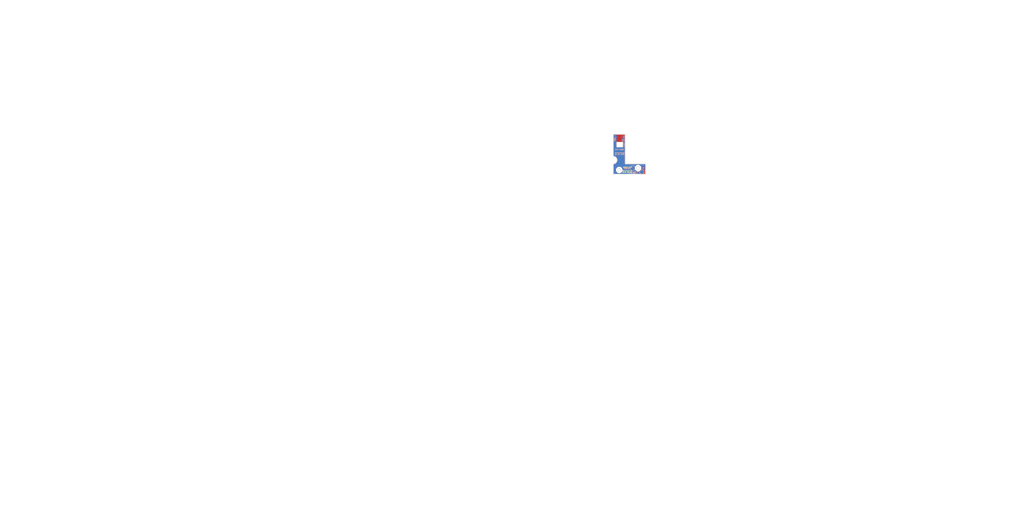
<source format=kicad_pcb>
(kicad_pcb (version 20171130) (host pcbnew "(5.0.2)-1")

  (general
    (thickness 1.6)
    (drawings 182)
    (tracks 47)
    (zones 0)
    (modules 5)
    (nets 3)
  )

  (page A)
  (title_block
    (title G935F-PWR)
    (date 2019-05-03)
    (rev V2)
    (company "Roman Dasovic")
  )

  (layers
    (0 F.Cu signal)
    (31 B.Cu signal)
    (32 B.Adhes user)
    (33 F.Adhes user hide)
    (34 B.Paste user)
    (35 F.Paste user)
    (36 B.SilkS user)
    (37 F.SilkS user)
    (38 B.Mask user)
    (39 F.Mask user)
    (40 Dwgs.User user)
    (41 Cmts.User user)
    (42 Eco1.User user)
    (43 Eco2.User user)
    (44 Edge.Cuts user)
    (45 Margin user)
    (46 B.CrtYd user)
    (47 F.CrtYd user)
    (48 B.Fab user)
    (49 F.Fab user)
  )

  (setup
    (last_trace_width 0.1524)
    (user_trace_width 0.1524)
    (user_trace_width 0.2032)
    (user_trace_width 0.254)
    (user_trace_width 0.381)
    (user_trace_width 0.508)
    (user_trace_width 0.762)
    (user_trace_width 1.143)
    (user_trace_width 1.651)
    (trace_clearance 0.1524)
    (zone_clearance 0.2032)
    (zone_45_only no)
    (trace_min 0.1524)
    (segment_width 0.2)
    (edge_width 0.15)
    (via_size 0.635)
    (via_drill 0.3048)
    (via_min_size 0.5588)
    (via_min_drill 0.3048)
    (user_via 0.5588 0.3048)
    (user_via 0.889 0.4572)
    (uvia_size 0.635)
    (uvia_drill 0.3048)
    (uvias_allowed no)
    (uvia_min_size 0.2)
    (uvia_min_drill 0.1)
    (pcb_text_width 0.3)
    (pcb_text_size 1.5 1.5)
    (mod_edge_width 0.15)
    (mod_text_size 1 1)
    (mod_text_width 0.15)
    (pad_size 1.5 1.5)
    (pad_drill 1.5)
    (pad_to_mask_clearance 0)
    (solder_mask_min_width 0.1016)
    (aux_axis_origin 0 0)
    (visible_elements 7FFFFFFF)
    (pcbplotparams
      (layerselection 0x00030_7ffffffe)
      (usegerberextensions true)
      (usegerberattributes false)
      (usegerberadvancedattributes false)
      (creategerberjobfile false)
      (excludeedgelayer true)
      (linewidth 0.150000)
      (plotframeref false)
      (viasonmask false)
      (mode 1)
      (useauxorigin false)
      (hpglpennumber 1)
      (hpglpenspeed 20)
      (hpglpendiameter 15.000000)
      (psnegative false)
      (psa4output false)
      (plotreference true)
      (plotvalue true)
      (plotinvisibletext false)
      (padsonsilk false)
      (subtractmaskfromsilk false)
      (outputformat 4)
      (mirror false)
      (drillshape 0)
      (scaleselection 1)
      (outputdirectory "Gerbers3May2019"))
  )

  (net 0 "")
  (net 1 GND1)
  (net 2 Dev+)

  (net_class Default "This is the default net class."
    (clearance 0.1524)
    (trace_width 0.1524)
    (via_dia 0.635)
    (via_drill 0.3048)
    (uvia_dia 0.635)
    (uvia_drill 0.3048)
    (diff_pair_gap 0.2032)
    (diff_pair_width 0.1524)
    (add_net Dev+)
    (add_net GND1)
  )

  (module Footprints:8pin_molex_s7BatteryConn_5050040810 (layer B.Cu) (tedit 5C0706DF) (tstamp 5C070FDF)
    (at 40.28948 96.43148)
    (path /5C0703E6)
    (attr smd)
    (fp_text reference P1 (at -2.23012 -1.38684 90) (layer B.SilkS)
      (effects (font (size 0.3 0.3) (thickness 0.075)) (justify mirror))
    )
    (fp_text value 8Pin_2x4_inline (at 0 0.5) (layer B.Fab) hide
      (effects (font (size 0.127 0.127) (thickness 0.03175)) (justify mirror))
    )
    (fp_text user "KEEP OUT" (at -0.6 0 -90) (layer B.CrtYd)
      (effects (font (size 0.254 0.254) (thickness 0.0635)) (justify mirror))
    )
    (fp_line (start -0.2 -1.1) (end -1 -1.1) (layer B.CrtYd) (width 0.15))
    (fp_line (start -0.2 1.1) (end -0.2 -1.1) (layer B.CrtYd) (width 0.15))
    (fp_line (start -1 1.1) (end -0.2 1.1) (layer B.CrtYd) (width 0.15))
    (fp_line (start -1 -1.1) (end -1 1.1) (layer B.CrtYd) (width 0.15))
    (fp_line (start 1 1.1) (end 1 -1.1) (layer B.CrtYd) (width 0.15))
    (fp_line (start 0.2 1.1) (end 1 1.1) (layer B.CrtYd) (width 0.15))
    (fp_line (start 0.2 -1.1) (end 0.2 1.1) (layer B.CrtYd) (width 0.15))
    (fp_line (start 1 -1.1) (end 0.2 -1.1) (layer B.CrtYd) (width 0.15))
    (fp_line (start -1.25 -2.1) (end -1.25 2.1) (layer B.Fab) (width 0.15))
    (fp_text user %R (at 0 0) (layer B.Fab)
      (effects (font (size 0.4 0.4) (thickness 0.1)) (justify mirror))
    )
    (fp_line (start 1.25 -2.1) (end 1.25 2.1) (layer B.Fab) (width 0.15))
    (fp_line (start -1.25 2.1) (end 1.25 2.1) (layer B.Fab) (width 0.15))
    (fp_line (start -1.25 -2.1) (end 1.25 -2.1) (layer B.Fab) (width 0.15))
    (fp_text user "KEEP OUT" (at 0.6 0 -90) (layer B.CrtYd)
      (effects (font (size 0.254 0.254) (thickness 0.0635)) (justify mirror))
    )
    (pad 5 smd rect (at 1.25 -0.8) (size 0.52 0.58) (layers B.Cu B.Paste B.Mask))
    (pad 7 smd rect (at 1.25 0.212) (size 0.52 0.27) (layers B.Cu B.Paste B.Mask)
      (net 2 Dev+))
    (pad 6 smd rect (at 1.25 -0.212) (size 0.52 0.27) (layers B.Cu B.Paste B.Mask))
    (pad "" smd rect (at 1.215 1.53) (size 0.33 0.48) (layers B.Cu B.Paste B.Mask))
    (pad 4 smd rect (at -1.25 -0.8) (size 0.52 0.58) (layers B.Cu B.Paste B.Mask)
      (net 1 GND1))
    (pad 3 smd rect (at -1.25 -0.212) (size 0.52 0.27) (layers B.Cu B.Paste B.Mask)
      (net 1 GND1))
    (pad 2 smd rect (at -1.25 0.212) (size 0.52 0.27) (layers B.Cu B.Paste B.Mask))
    (pad 1 smd rect (at -1.25 0.8) (size 0.52 0.58) (layers B.Cu B.Paste B.Mask))
    (pad 8 smd rect (at 1.25 0.8) (size 0.52 0.58) (layers B.Cu B.Paste B.Mask)
      (net 2 Dev+))
    (pad "" smd rect (at 1.215 -1.53) (size 0.33 0.48) (layers B.Cu B.Paste B.Mask))
    (pad "" smd rect (at -1.215 1.53) (size 0.33 0.48) (layers B.Cu B.Paste B.Mask))
    (pad "" smd rect (at -1.215 -1.53) (size 0.33 0.48) (layers B.Cu B.Paste B.Mask))
    (model "C:/Users/Pom/3d model stashe/5050040810MOLEXS7.stp"
      (at (xyz 0 0 0))
      (scale (xyz 1 1 1))
      (rotate (xyz 90 180 90))
    )
  )

  (module Footprints:NPTH_1.5mm (layer F.Cu) (tedit 5CC26A83) (tstamp 5C070FB9)
    (at 40.27932 113.37036)
    (path /5C070C8F)
    (fp_text reference P2 (at 0 0) (layer F.SilkS) hide
      (effects (font (size 0.127 0.127) (thickness 0.03175)))
    )
    (fp_text value PAD (at 0 0) (layer F.Fab) hide
      (effects (font (size 0.127 0.127) (thickness 0.03175)))
    )
    (pad "" thru_hole circle (at 0 0) (size 1.5 1.5) (drill 1.5) (layers *.Cu *.Mask)
      (clearance 1.016))
  )

  (module Footprints:NPTH_1.5mm (layer F.Cu) (tedit 5CC26780) (tstamp 5C0712D7)
    (at 50.33772 112.34928)
    (path /5C07170F)
    (fp_text reference P3 (at 0 0) (layer F.SilkS) hide
      (effects (font (size 0.127 0.127) (thickness 0.03175)))
    )
    (fp_text value PAD (at 0 0) (layer F.Fab) hide
      (effects (font (size 0.127 0.127) (thickness 0.03175)))
    )
    (pad "" thru_hole circle (at 0 0) (size 1.5 1.5) (drill 1.5) (layers *.Cu *.Mask)
      (clearance 1.016))
  )

  (module Footprints:PAD_2.1mm_circle (layer B.Cu) (tedit 59BAA64A) (tstamp 5C072CD9)
    (at 52.4002 114.36096)
    (path /5C071890)
    (attr smd)
    (fp_text reference P4 (at 1.59258 0.14732) (layer B.SilkS)
      (effects (font (size 0.3 0.15) (thickness 0.03175)) (justify mirror))
    )
    (fp_text value PAD (at 0 0) (layer B.Fab) hide
      (effects (font (size 0.127 0.127) (thickness 0.03175)) (justify mirror))
    )
    (fp_text user %R (at 0.1 -0.45) (layer B.Fab)
      (effects (font (size 0.2 0.2) (thickness 0.05)) (justify mirror))
    )
    (fp_circle (center 0 0) (end 0 0.01) (layer B.Fab) (width 0.015))
    (fp_circle (center 0 0) (end 0.1 1.05) (layer B.Fab) (width 0.15))
    (pad 1 smd circle (at 0 0) (size 2.1 2.1) (layers B.Cu B.Paste B.Mask)
      (net 2 Dev+))
  )

  (module Footprints:PAD_2.1mm_circle (layer B.Cu) (tedit 5C07130D) (tstamp 5C072CEE)
    (at 47.41164 112.35436)
    (path /5C072272)
    (attr smd)
    (fp_text reference P5 (at 1.32588 1.04394) (layer B.SilkS)
      (effects (font (size 0.3 0.15) (thickness 0.03175)) (justify mirror))
    )
    (fp_text value PAD (at 0 0) (layer B.Fab) hide
      (effects (font (size 0.127 0.127) (thickness 0.03175)) (justify mirror))
    )
    (fp_circle (center 0 0) (end 0.1 1.05) (layer B.Fab) (width 0.15))
    (fp_circle (center 0 0) (end 0 0.01) (layer B.Fab) (width 0.015))
    (fp_text user %R (at 0.1 -0.45) (layer B.Fab)
      (effects (font (size 0.2 0.2) (thickness 0.05)) (justify mirror))
    )
    (pad 1 smd circle (at 0 0) (size 2.1 2.1) (layers B.Cu B.Paste B.Mask)
      (net 1 GND1) (zone_connect 2))
  )

  (gr_line (start 42.135045 101.676566) (end 42.140125 99.294046) (layer F.Adhes) (width 0.15) (tstamp 5CDE2128))
  (gr_line (start 42.140125 99.288966) (end 38.477445 99.288966) (layer F.Adhes) (width 0.15) (tstamp 5CDE2127))
  (gr_line (start 38.477445 99.288966) (end 38.477445 101.676566) (layer F.Adhes) (width 0.15) (tstamp 5CDE2126))
  (gr_line (start 38.477445 101.676566) (end 42.135045 101.676566) (layer F.Adhes) (width 0.15) (tstamp 5CDE2125))
  (gr_text "Assembly Instructions:" (at 93.5482 23.9268) (layer Dwgs.User) (tstamp 5CCC813A)
    (effects (font (size 1.5 1.5) (thickness 0.3)))
  )
  (gr_text "Please ask for clarification if any instructions are unclear.\n\nAssembly Instructions:\n\n1. The .POS file contains centroid X-Y data and orientation.  Orientation is such that 0 degrees indicates placement as if the reel sprocket holes are NORTH of the component. Refer to Figure 1. \nDo not place any items labeled as DNU.\n\n2. BOM.csv containts BOM, quantities, and part numbers. Please advise before making any substitutions.  Do not buy or place any parts marked as DNU, FIDUCIAL, or otherwise with a quantity of 0. \n\n3. The _F.Fab (Front Face) and _B.Fab (Back Face) PDF/GBR files contain reference designators, borders, and orientation markings, such as: Pin1 markings or markings for unidirectional devices such as diodes.  \nRefer to the .Fab files for placement guidance and visual inspection. \nPlease let us know if any placement is unclear. \n\nSometimes parts are placed in different orientations in different reels. \nIf .POS and .Fab files disagree, the .Fab files should be considered MASTER. \n\n" (at 87.7824 41.8846) (layer Dwgs.User) (tstamp 5CCC7FEF)
    (effects (font (size 1.016 1.016) (thickness 0.254)) (justify left))
  )
  (gr_line (start 235.410362 55.067635) (end 236.426362 55.067635) (layer Dwgs.User) (width 0.15) (tstamp 5CCC8049))
  (gr_line (start 244.808362 58.877635) (end 244.808362 60.401635) (layer Dwgs.User) (width 0.15) (tstamp 5CCC804C))
  (gr_line (start 236.680362 56.845635) (end 235.156362 56.845635) (layer Dwgs.User) (width 0.15) (tstamp 5CCC8046))
  (gr_line (start 236.680362 54.559635) (end 236.680362 56.845635) (layer Dwgs.User) (width 0.15) (tstamp 5CCC804F))
  (gr_line (start 234.902362 58.369635) (end 234.902362 60.655635) (layer Dwgs.User) (width 0.15) (tstamp 5CCC8061))
  (gr_line (start 234.902362 62.687635) (end 234.902362 64.973635) (layer Dwgs.User) (width 0.15) (tstamp 5CCC8064))
  (gr_line (start 242.522362 64.211635) (end 242.522362 62.687635) (layer Dwgs.User) (width 0.15) (tstamp 5CCC8013))
  (gr_line (start 244.808362 60.401635) (end 242.522362 60.401635) (layer Dwgs.User) (width 0.15) (tstamp 5CCC8016))
  (gr_line (start 235.156362 56.845635) (end 235.156362 54.559635) (layer Dwgs.User) (width 0.15) (tstamp 5CCC8043))
  (gr_line (start 233.632362 58.877635) (end 234.648362 58.877635) (layer Dwgs.User) (width 0.15) (tstamp 5CCC8022))
  (gr_line (start 234.902362 64.973635) (end 233.378362 64.973635) (layer Dwgs.User) (width 0.15) (tstamp 5CCC8019))
  (gr_line (start 234.648362 64.465635) (end 233.632362 64.465635) (layer Dwgs.User) (width 0.15) (tstamp 5CCC8025))
  (gr_line (start 244.808362 64.211635) (end 242.522362 64.211635) (layer Dwgs.User) (width 0.15) (tstamp 5CCC801F))
  (gr_line (start 244.808362 62.687635) (end 244.808362 64.211635) (layer Dwgs.User) (width 0.15) (tstamp 5CCC8055))
  (gr_line (start 233.378362 58.369635) (end 234.902362 58.369635) (layer Dwgs.User) (width 0.15) (tstamp 5CCC806A))
  (gr_line (start 233.378362 60.655635) (end 233.378362 58.369635) (layer Dwgs.User) (width 0.15) (tstamp 5CCC8034))
  (gr_line (start 236.680362 52.337135) (end 236.680362 52.781635) (layer Dwgs.User) (width 0.15) (tstamp 5CCC806D))
  (gr_line (start 254.714362 70.307635) (end 254.714362 51.892635) (layer Dwgs.User) (width 0.15) (tstamp 5CCC8079))
  (gr_line (start 242.522362 58.877635) (end 244.808362 58.877635) (layer Dwgs.User) (width 0.15) (tstamp 5CCC8058))
  (gr_line (start 244.300362 59.131635) (end 244.300362 60.147635) (layer Dwgs.User) (width 0.15) (tstamp 5CCC8085))
  (gr_line (start 235.156362 54.559635) (end 236.680362 54.559635) (layer Dwgs.User) (width 0.15) (tstamp 5CCC802B))
  (gr_line (start 233.378362 64.973635) (end 233.378362 62.687635) (layer Dwgs.User) (width 0.15) (tstamp 5CCC8070))
  (gr_line (start 242.522362 60.401635) (end 242.522362 58.877635) (layer Dwgs.User) (width 0.15) (tstamp 5CCC807C))
  (gr_text "Orientation\n0 degrees" (at 236.934362 59.385635) (layer Dwgs.User) (tstamp 5CCC7FFE)
    (effects (font (size 0.4 0.4) (thickness 0.07)))
  )
  (gr_text "Reel\n" (at 232.362362 55.067635) (layer Dwgs.User) (tstamp 5CCC7FF8)
    (effects (font (size 0.4 0.4) (thickness 0.07)))
  )
  (gr_text "Front Face Orientation" (at 240.490362 66.243635) (layer Dwgs.User) (tstamp 5CCC7FFB)
    (effects (font (size 0.508 0.508) (thickness 0.127)))
  )
  (gr_text "Direction of Unreeling" (at 250.650362 53.797635) (layer Dwgs.User) (tstamp 5CCC7FF2)
    (effects (font (size 0.4 0.4) (thickness 0.07)))
  )
  (gr_text "Figure 1" (at 240.744362 68.783635) (layer Dwgs.User) (tstamp 5CCC7FF5)
    (effects (font (size 1.5 1.5) (thickness 0.3)))
  )
  (gr_text "Orientation\n90 degrees" (at 247.094362 63.449635) (layer Dwgs.User) (tstamp 5CCC8001)
    (effects (font (size 0.4 0.4) (thickness 0.07)))
  )
  (gr_text "Orientation\n270 degrees" (at 247.094362 59.385635) (layer Dwgs.User) (tstamp 5CCC808B)
    (effects (font (size 0.4 0.4) (thickness 0.07)))
  )
  (gr_text "Orientation\n180 degrees" (at 237.188362 63.703635) (layer Dwgs.User) (tstamp 5CCC808E)
    (effects (font (size 0.4 0.4) (thickness 0.07)))
  )
  (gr_text "Round Sprocket Holes" (at 241.887362 52.400635) (layer Dwgs.User) (tstamp 5CCC8091)
    (effects (font (size 0.4 0.4) (thickness 0.07)))
  )
  (gr_circle (center 236.680362 53.543635) (end 236.680362 53.797635) (layer Dwgs.User) (width 0.15) (tstamp 5CCC805B))
  (gr_line (start 234.140362 57.099635) (end 234.140362 57.353635) (layer Dwgs.User) (width 0.15) (tstamp 5CCC8004))
  (gr_line (start 238.204362 56.845635) (end 238.204362 54.559635) (layer Dwgs.User) (width 0.15) (tstamp 5CCC807F))
  (gr_line (start 242.776362 56.845635) (end 241.252362 56.845635) (layer Dwgs.User) (width 0.15) (tstamp 5CCC8082))
  (gr_line (start 234.902362 60.655635) (end 233.378362 60.655635) (layer Dwgs.User) (width 0.15) (tstamp 5CCC805E))
  (gr_line (start 244.300362 54.559635) (end 245.824362 54.559635) (layer Dwgs.User) (width 0.15) (tstamp 5CCC800D))
  (gr_line (start 246.586362 53.035635) (end 246.586362 57.353635) (layer Dwgs.User) (width 0.15) (tstamp 5CCC803D))
  (gr_line (start 241.506362 55.067635) (end 242.522362 55.067635) (layer Dwgs.User) (width 0.15) (tstamp 5CCC800A))
  (gr_line (start 238.458362 55.067635) (end 239.474362 55.067635) (layer Dwgs.User) (width 0.15) (tstamp 5CCC8052))
  (gr_line (start 233.378362 62.687635) (end 234.902362 62.687635) (layer Dwgs.User) (width 0.15) (tstamp 5CCC8010))
  (gr_line (start 233.632362 56.591635) (end 234.140362 57.099635) (layer Dwgs.User) (width 0.15) (tstamp 5CCC8067))
  (gr_line (start 241.252362 54.559635) (end 242.776362 54.559635) (layer Dwgs.User) (width 0.15) (tstamp 5CCC801C))
  (gr_line (start 233.632362 55.067635) (end 234.394362 55.829635) (layer Dwgs.User) (width 0.15) (tstamp 5CCC8040))
  (gr_line (start 233.632362 53.543635) (end 234.394362 54.305635) (layer Dwgs.User) (width 0.15) (tstamp 5CCC802E))
  (gr_line (start 239.728362 54.559635) (end 239.728362 56.845635) (layer Dwgs.User) (width 0.15) (tstamp 5CCC8037))
  (gr_line (start 239.728362 56.845635) (end 238.204362 56.845635) (layer Dwgs.User) (width 0.15) (tstamp 5CCC8088))
  (gr_line (start 242.776362 54.559635) (end 242.776362 56.845635) (layer Dwgs.User) (width 0.15) (tstamp 5CCC8007))
  (gr_line (start 238.204362 54.559635) (end 239.728362 54.559635) (layer Dwgs.User) (width 0.15) (tstamp 5CCC803A))
  (gr_line (start 241.252362 56.845635) (end 241.252362 54.559635) (layer Dwgs.User) (width 0.15) (tstamp 5CCC8028))
  (gr_line (start 234.394362 55.829635) (end 233.632362 56.591635) (layer Dwgs.User) (width 0.15) (tstamp 5CCC8031))
  (gr_line (start 245.824362 54.559635) (end 245.824362 56.845635) (layer Dwgs.User) (width 0.15) (tstamp 5CCC8073))
  (gr_line (start 244.300362 56.845635) (end 244.300362 54.559635) (layer Dwgs.User) (width 0.15) (tstamp 5CCC8076))
  (gr_line (start 234.140362 53.035635) (end 233.632362 53.543635) (layer Dwgs.User) (width 0.15) (tstamp 5CCC80D3))
  (gr_line (start 234.394362 54.305635) (end 233.632362 55.067635) (layer Dwgs.User) (width 0.15) (tstamp 5CCC80D0))
  (gr_line (start 248.364362 56.083635) (end 248.364362 54.559635) (layer Dwgs.User) (width 0.15) (tstamp 5CCC80E2))
  (gr_line (start 246.586362 53.035635) (end 246.586362 53.035635) (layer Dwgs.User) (width 0.15) (tstamp 5CCC80C7))
  (gr_line (start 249.126362 55.321635) (end 248.364362 56.083635) (layer Dwgs.User) (width 0.15) (tstamp 5CCC80DC))
  (gr_circle (center 235.156362 53.543635) (end 235.156362 53.797635) (layer Dwgs.User) (width 0.15) (tstamp 5CCC80CD))
  (gr_circle (center 239.728362 53.543635) (end 239.728362 53.797635) (layer Dwgs.User) (width 0.15) (tstamp 5CCC80DF))
  (gr_line (start 234.140362 53.035635) (end 246.586362 53.035635) (layer Dwgs.User) (width 0.15) (tstamp 5CCC80E5))
  (gr_line (start 246.840362 55.321635) (end 248.364362 55.321635) (layer Dwgs.User) (width 0.15) (tstamp 5CCC80CA))
  (gr_circle (center 238.204362 53.543635) (end 238.204362 53.797635) (layer Dwgs.User) (width 0.15) (tstamp 5CCC80D6))
  (gr_circle (center 241.252362 53.543635) (end 241.252362 53.797635) (layer Dwgs.User) (width 0.15) (tstamp 5CCC80D9))
  (gr_line (start 245.824362 56.845635) (end 244.300362 56.845635) (layer Dwgs.User) (width 0.15) (tstamp 5CCC80A0))
  (gr_line (start 244.554362 55.067635) (end 245.570362 55.067635) (layer Dwgs.User) (width 0.15) (tstamp 5CCC80A6))
  (gr_line (start 243.030362 63.957635) (end 243.030362 62.941635) (layer Dwgs.User) (width 0.15) (tstamp 5CCC80B5))
  (gr_line (start 230.584362 51.892635) (end 230.584362 70.307635) (layer Dwgs.User) (width 0.15) (tstamp 5CCC80B8))
  (gr_line (start 236.489862 52.591135) (end 236.870862 52.591135) (layer Dwgs.User) (width 0.15) (tstamp 5CCC80BE))
  (gr_line (start 242.522362 62.687635) (end 244.808362 62.687635) (layer Dwgs.User) (width 0.15) (tstamp 5CCC809D))
  (gr_line (start 236.680362 52.781635) (end 236.489862 52.591135) (layer Dwgs.User) (width 0.15) (tstamp 5CCC80B2))
  (gr_line (start 236.870862 52.591135) (end 236.680362 52.781635) (layer Dwgs.User) (width 0.15) (tstamp 5CCC8097))
  (gr_line (start 238.331362 52.337135) (end 236.680362 52.337135) (layer Dwgs.User) (width 0.15) (tstamp 5CCC80A9))
  (gr_line (start 254.714362 51.892635) (end 230.584362 51.892635) (layer Dwgs.User) (width 0.15) (tstamp 5CCC80A3))
  (gr_line (start 230.584362 70.307635) (end 254.714362 70.307635) (layer Dwgs.User) (width 0.15) (tstamp 5CCC80AC))
  (gr_circle (center 245.824362 53.543635) (end 245.824362 53.797635) (layer Dwgs.User) (width 0.15) (tstamp 5CCC809A))
  (gr_line (start 234.140362 57.353635) (end 246.586362 57.353635) (layer Dwgs.User) (width 0.15) (tstamp 5CCC80AF))
  (gr_circle (center 244.300362 53.543635) (end 244.300362 53.797635) (layer Dwgs.User) (width 0.15) (tstamp 5CCC80BB))
  (gr_circle (center 242.776362 53.543635) (end 242.776362 53.797635) (layer Dwgs.User) (width 0.15) (tstamp 5CCC80C1))
  (gr_line (start 246.586362 57.353635) (end 246.586362 57.353635) (layer Dwgs.User) (width 0.15) (tstamp 5CCC80C4))
  (gr_line (start 249.126362 55.321635) (end 248.364362 54.559635) (layer Dwgs.User) (width 0.15) (tstamp 5CCC8094))
  (gr_text "FILE DESCRIPTIONS:" (at 92.8624 103.8352) (layer Dwgs.User) (tstamp 5CCC7D28)
    (effects (font (size 1.5 1.5) (thickness 0.3)))
  )
  (gr_text "~~~~~~~~~~~~~~~~~~~~~~~~~~~~~~~~~~~~~~~~~~~~~~~~~~~~~~~~~~~~~~~~~~~~~~~~~~~~~~~~~~~~~~~~~~~~~~~~~~~~~~~~~~~~~~~~~~~~~~~~~~~~~~~~~~~~~~~~~~~~~~~~~~~~~~~~~~~~~~~~~~~~~~\n~~~~~~~~~~~~~~~~~~~~~~~~~~~~~~~~~~~~~~~~~~~~~~~~~~~~~~~~~~~~~~~~~~~~~~~~~~~~~~~~~~~~~~~~~~~~~~~~~~~~~~~~~~~~~~~~~~~~~~~~~~~~~~~~~~~~~~~~~~~~~~~~~~~~~~~~~~~~~~~~~~~~~~\nManufacturing Gerber Files    --   Files needed for PCB Manufacturing\n~~~~~~~~~~~~~~~~~~~~~~~~~~~~~~~~~~~~~~~~~~~~~~~~~~~~~~~~~~~~~~~~\n.drl                       ;            Drill File\n\n-Edge.Cuts.gm1          ;            Board Outline\n\n-F.Cu.gtl                 ;             Top-side Copper          [Layer 1]\n-B.Cu.gbl                ;             Bottom-side Copper       [Layer 2]\n\n\n-F.Mask.gts               ;            Top-Side Soldermask\n-B.Mask.gbs              ;            Bottom-Side Soldermask\n\n-F.Silk.gto              ;               Top-Side Silkscreen\n-B.Silk.gbo              ;               Bottom-Side Silkscreen\n\n~~~~~~~~~~~~~~~~~~~~~~~~~~~~~~~~~~~~~~~~~~~~~~~~~~~~~~~~~~~~~~~~~~~~~~~~~~~~~~~~~~~~~~~~~~~~~~~~~~~~~~~~~~~~~~~~~~~~~~~~~~~~~~~~~~~~~~~~~~~~~~~~~~~~~~~~~~~~~~~~~~~~~~\n~~~~~~~~~~~~~~~~~~~~~~~~~~~~~~~~~~~~~~~~~~~~~~~~~~~~~~~~~~~~~~~~~~~~~~~~~~~~~~~~~~~~~~~~~~~~~~~~~~~~~~~~~~~~~~~~~~~~~~~~~~~~~~~~~~~~~~~~~~~~~~~~~~~~~~~~~~~~~~~~~~~~~~\nAssembly Files    --   Files needed for Part Assembly\n~~~~~~~~~~~~~~~~~~~~~~~~~~~~~~~~~~~~~~~~~~~~~~~~~~~~~~~~~~~~~~~~\n-F.Fab.gbr          ;            Top-Side Placement - Visual Inspection (MASTER)\n-B.Fab.gbr           ;            Bottom-Side Placement - Visual Inspection (MASTER)\n\n-F.Paste.gtp        ;            Top-Side Solderpaste\n-B.Paste.gbp        ;           Bottom-Side Solderpaste\n\n-all.pos                   ;            Centroid XY data \n\nBOM.csv                   ;            BOM data" (at 87.757 140.5128) (layer Dwgs.User) (tstamp 5CCC7D24)
    (effects (font (size 1.016 1.016) (thickness 0.254)) (justify left))
  )
  (gr_text "\nCopper Layers: 2\nSoldermask Layers: 2\nSilkscreen Layers: 2\n\nAll Layers: Trace Width / Trace Spacing : 6/6 mil\nOuter Layers: 1 oz copper\nInner Layers: .5 oz copper\n\nMinimum Via Annular Ring / Drill Diameter: 25mil / 12mil\n\nDielectric: FR-4\n\nFinished board thickness: 1.0mm +- 10%\n" (at 87.8586 81.1022) (layer Dwgs.User) (tstamp 5CCC7D1B)
    (effects (font (size 1.016 1.016) (thickness 0.254)) (justify left))
  )
  (gr_text "\nPCB Manufacturing Requirements:\n" (at 101.1174 60.2742) (layer Dwgs.User)
    (effects (font (size 1.5 1.5) (thickness 0.3)))
  )
  (gr_arc (start 37.084 108.077) (end 37.084 110.0582) (angle -180) (layer Edge.Cuts) (width 0.15))
  (gr_circle (center 40.2914 113.34502) (end 41.7914 113.34502) (layer Margin) (width 0.1))
  (gr_line (start -290.266377 297.197305) (end -288.266377 297.197305) (layer Margin) (width 0.1))
  (gr_line (start 37.0664 94.164198) (end 37.0664 106.074244) (layer Margin) (width 0.1))
  (gr_line (start 43.5164 94.164198) (end 37.0664 94.164198) (layer Margin) (width 0.1))
  (gr_arc (start 36.951634 108.070949) (end 38.951634 108.070949) (angle -86.71040722) (layer Margin) (width 0.1))
  (gr_line (start 43.5164 110.010943) (end 43.5164 94.164198) (layer Margin) (width 0.1))
  (gr_line (start 43.5164 110.010943) (end 54.416124 110.010943) (layer Margin) (width 0.1))
  (gr_line (start 54.416124 110.010943) (end 54.416124 115.679098) (layer Margin) (width 0.1))
  (gr_circle (center 50.34934 112.34502) (end 51.84934 112.34502) (layer Margin) (width 0.1))
  (gr_line (start 37.0664 115.679098) (end 54.416124 115.679098) (layer Margin) (width 0.1))
  (gr_line (start 37.0664 110.067653) (end 37.0664 115.679098) (layer Margin) (width 0.1))
  (gr_arc (start 36.951634 108.070949) (end 37.0664 110.067653) (angle -86.71040722) (layer Margin) (width 0.1))
  (gr_circle (center 40.2914 113.34502) (end 41.0414 113.34502) (layer Margin) (width 0.1))
  (gr_circle (center 50.34934 112.34502) (end 51.09934 112.34502) (layer Margin) (width 0.1))
  (gr_text "sensorable.io\n2019-05-03" (at 44.5008 114.2238) (layer F.SilkS) (tstamp 5CC268D6)
    (effects (font (size 0.508 0.508) (thickness 0.127)))
  )
  (gr_text G935F-PWR (at 44.704 111.9378) (layer F.SilkS) (tstamp 5CC268D2)
    (effects (font (size 0.508 0.508) (thickness 0.127)))
  )
  (gr_line (start 42.135045 98.6282) (end 38.977445 98.62952) (layer Edge.Cuts) (width 0.15) (tstamp 5CC266BE))
  (gr_line (start 42.135045 101.0158) (end 42.135045 98.63328) (layer Edge.Cuts) (width 0.15) (tstamp 5CC266BD))
  (gr_line (start 38.977445 101.01712) (end 42.135045 101.0158) (layer Edge.Cuts) (width 0.15) (tstamp 5CC266BC))
  (gr_line (start 38.977445 98.62952) (end 38.977445 101.01712) (layer Edge.Cuts) (width 0.15) (tstamp 5CC266BB))
  (gr_text G935F-PWR (at 40.44442 102.49408) (layer B.SilkS) (tstamp 5C073868)
    (effects (font (size 0.508 0.508) (thickness 0.127)) (justify mirror))
  )
  (gr_text "sensorable.io\n2019-05-03" (at 40.5384 104.6226) (layer B.SilkS) (tstamp 5C073826)
    (effects (font (size 0.508 0.508) (thickness 0.127)) (justify mirror))
  )
  (gr_line (start 41.88714 97.74682) (end 42.07002 97.74428) (layer B.SilkS) (width 0.2))
  (gr_line (start 42.8752 99.1362) (end 42.0624 98.3234) (layer B.SilkS) (width 0.2) (tstamp 5C073805))
  (gr_line (start 42.0751 97.11944) (end 42.0624 98.3234) (layer B.SilkS) (width 0.2))
  (gr_line (start 41.88206 97.11944) (end 42.0751 97.11944) (layer B.SilkS) (width 0.2))
  (gr_line (start 38.14318 96.71812) (end 38.14572 96.72066) (layer B.SilkS) (width 0.2) (tstamp 5C073773))
  (gr_line (start 38.60546 96.72066) (end 38.14572 96.72066) (layer B.SilkS) (width 0.2))
  (gr_line (start 38.11778 96.11868) (end 38.11778 97.83572) (layer B.SilkS) (width 0.2))
  (gr_line (start 38.61054 96.11868) (end 38.11778 96.11868) (layer B.SilkS) (width 0.2))
  (gr_text GND (at 37.61232 97.10674 270) (layer B.SilkS) (tstamp 5CC268CF)
    (effects (font (size 0.508 0.508) (thickness 0.127)) (justify mirror))
  )
  (gr_text DEV+ (at 42.926 100.28174 90) (layer B.SilkS) (tstamp 5C0736D0)
    (effects (font (size 0.508 0.508) (thickness 0.127)) (justify mirror))
  )
  (gr_line (start 50.85334 114.22888) (end 50.84318 114.21872) (layer B.SilkS) (width 0.2) (tstamp 5C0736BF))
  (gr_line (start 49.23536 114.21872) (end 50.84318 114.21872) (layer B.SilkS) (width 0.2))
  (gr_text DEV+ (at 47.16526 114.8588) (layer B.SilkS) (tstamp 5C073680)
    (effects (font (size 1 1) (thickness 0.25)) (justify mirror))
  )
  (gr_text GND (at 44.42206 112.4458) (layer B.SilkS)
    (effects (font (size 1 1) (thickness 0.25)) (justify mirror))
  )
  (gr_circle (center 52.39512 114.38636) (end 51.93792 113.27638) (layer B.SilkS) (width 0.2))
  (gr_circle (center 47.42942 112.3696) (end 48.17872 111.37646) (layer B.SilkS) (width 0.2))
  (gr_line (start 37.084 94.1832) (end 43.5102 94.1832) (layer Edge.Cuts) (width 0.2))
  (gr_line (start 37.084 115.697) (end 54.4322 115.7224) (layer Edge.Cuts) (width 0.2))
  (gr_line (start 54.4322 115.7224) (end 54.4322 110.0074) (layer Edge.Cuts) (width 0.2))
  (gr_line (start 37.084 110.0582) (end 37.084 115.697) (layer Edge.Cuts) (width 0.2))
  (gr_line (start 43.5102 110.0074) (end 43.5102 94.1832) (layer Edge.Cuts) (width 0.2))
  (gr_line (start 37.084 94.1832) (end 37.084 106.0958) (layer Edge.Cuts) (width 0.2))
  (gr_line (start 54.4322 110.0074) (end 43.5102 110.0074) (layer Edge.Cuts) (width 0.2))
  (gr_line (start 128.296925 92.695176) (end 117.3972 92.695176) (layer Eco1.User) (width 0.2))
  (gr_line (start 110.9472 76.348431) (end 117.3972 76.348431) (layer Eco1.User) (width 0.2))
  (gr_line (start 110.9472 97.36333) (end 128.296925 97.36333) (layer Eco1.User) (width 0.2))
  (gr_line (start 114.8972 79.698431) (end 113.4472 79.698431) (layer Eco1.User) (width 0.2))
  (gr_line (start 114.8972 79.698431) (end 114.8972 77.498431) (layer Eco1.User) (width 0.2))
  (gr_line (start 114.8972 77.498431) (end 114.8972 77.498431) (layer Eco1.User) (width 0.2))
  (gr_line (start 114.8972 77.498431) (end 114.8972 77.498431) (layer Eco1.User) (width 0.2))
  (gr_line (start 113.4472 79.698431) (end 113.4472 79.698431) (layer Eco1.User) (width 0.2))
  (gr_circle (center 121.296925 94.029253) (end 122.296925 94.029253) (layer Eco1.User) (width 0.2))
  (gr_line (start 114.8972 77.498431) (end 113.4472 77.498431) (layer Eco1.User) (width 0.2))
  (gr_line (start 114.8972 77.498431) (end 114.8972 79.698431) (layer Eco1.User) (width 0.2))
  (gr_line (start 113.4472 79.698431) (end 113.4472 77.498431) (layer Eco1.User) (width 0.2))
  (gr_line (start 114.8972 79.698431) (end 114.8972 79.698431) (layer Eco1.User) (width 0.2))
  (gr_line (start 113.4472 79.698431) (end 114.8972 79.698431) (layer Eco1.User) (width 0.2))
  (gr_line (start 114.8972 77.498431) (end 114.8972 79.698431) (layer Eco1.User) (width 0.2))
  (gr_line (start 114.8972 79.698431) (end 114.8972 79.698431) (layer Eco1.User) (width 0.2))
  (gr_line (start 113.4472 77.498431) (end 113.4472 77.498431) (layer Eco1.User) (width 0.2))
  (gr_line (start 113.4472 77.498431) (end 114.8972 77.498431) (layer Eco1.User) (width 0.2))
  (gr_line (start 113.4472 77.498431) (end 113.4472 77.498431) (layer Eco1.User) (width 0.2))
  (gr_line (start 113.4472 77.498431) (end 113.4472 79.698431) (layer Eco1.User) (width 0.2))
  (gr_line (start 113.4472 79.698431) (end 113.4472 79.698431) (layer Eco1.User) (width 0.2))
  (gr_line (start 114.8972 79.698431) (end 113.4472 79.698431) (layer Eco1.User) (width 0.2))
  (gr_circle (center 126.296925 96.029253) (end 127.296925 96.029253) (layer Eco1.User) (width 0.2))
  (gr_line (start 113.4472 79.698431) (end 113.4472 77.498431) (layer Eco1.User) (width 0.2))
  (gr_line (start 110.9472 76.348431) (end 110.9472 88.832363) (layer Eco1.User) (width 0.2))
  (gr_line (start 113.4472 77.498431) (end 114.8972 77.498431) (layer Eco1.User) (width 0.2))
  (gr_line (start 113.4472 79.698431) (end 114.8972 79.698431) (layer Eco1.User) (width 0.2))
  (gr_line (start 110.9472 76.348431) (end 110.9472 88.832363) (layer Eco1.User) (width 0.2))
  (gr_line (start 117.3972 97.36333) (end 117.3972 76.348431) (layer Eco1.User) (width 0.2))
  (gr_line (start 114.8972 77.498431) (end 113.4472 77.498431) (layer Eco1.User) (width 0.2))
  (gr_arc (start 111.332435 89.755181) (end 110.9472 90.678) (angle -225.3166138) (layer Eco1.User) (width 0.2))
  (gr_circle (center 114.1722 95.029253) (end 114.9222 95.029253) (layer Eco1.User) (width 0.2))
  (gr_line (start 114.8972 79.698431) (end 114.8972 77.498431) (layer Eco1.User) (width 0.2))
  (gr_line (start 113.4472 77.498431) (end 113.4472 79.698431) (layer Eco1.User) (width 0.2))
  (gr_circle (center 124.23014 94.029253) (end 124.98014 94.029253) (layer Eco1.User) (width 0.2))
  (gr_line (start 110.9472 90.678) (end 110.9472 97.36333) (layer Eco1.User) (width 0.2))
  (gr_line (start 117.3972 92.695176) (end 117.3972 97.36333) (layer Eco1.User) (width 0.2))
  (gr_arc (start 111.332435 89.755181) (end 110.9472 90.678) (angle -225.3166138) (layer Eco1.User) (width 0.2))
  (gr_circle (center 114.1722 81.883431) (end 115.6722 81.883431) (layer Eco1.User) (width 0.2))
  (gr_line (start 117.3972 97.36333) (end 117.3972 76.348431) (layer Eco1.User) (width 0.2))
  (gr_line (start 128.296925 97.36333) (end 128.296925 92.695176) (layer Eco1.User) (width 0.2))
  (gr_line (start 117.3972 92.695176) (end 117.3972 97.36333) (layer Eco1.User) (width 0.2))
  (gr_line (start 128.296925 97.36333) (end 128.296925 92.695176) (layer Eco1.User) (width 0.2))
  (gr_line (start 110.9472 90.678) (end 110.9472 97.36333) (layer Eco1.User) (width 0.2))

  (via (at 53.27904 112.23244) (size 0.889) (drill 0.4572) (layers F.Cu B.Cu) (net 2))
  (segment (start 53.450199 112.403599) (end 53.27904 112.23244) (width 0.1524) (layer B.Cu) (net 2))
  (segment (start 52.4002 114.36096) (end 53.450199 113.310961) (width 0.1524) (layer B.Cu) (net 2))
  (segment (start 53.450199 113.310961) (end 53.450199 112.403599) (width 0.1524) (layer B.Cu) (net 2))
  (segment (start 41.61537 97.09912) (end 41.61537 97.14348) (width 0.1524) (layer B.Cu) (net 2))
  (via (at 42.5196 95.246555) (size 0.635) (drill 0.3048) (layers F.Cu B.Cu) (net 2))
  (segment (start 42.36212 95.404035) (end 42.5196 95.246555) (width 0.1524) (layer B.Cu) (net 2))
  (segment (start 42.36212 96.60636) (end 42.36212 95.404035) (width 0.1524) (layer B.Cu) (net 2))
  (segment (start 42.36212 96.60636) (end 42.36212 96.76892) (width 0.1524) (layer B.Cu) (net 2))
  (segment (start 42.36212 96.27616) (end 42.36212 96.60636) (width 0.1524) (layer B.Cu) (net 2))
  (via (at 42.5196 96.07804) (size 0.635) (drill 0.3048) (layers F.Cu B.Cu) (net 2))
  (segment (start 42.36212 96.23552) (end 42.5196 96.07804) (width 0.1524) (layer B.Cu) (net 2))
  (via (at 42.57548 97.03308) (size 0.635) (drill 0.3048) (layers F.Cu B.Cu) (net 2))
  (segment (start 42.36212 96.81972) (end 42.57548 97.03308) (width 0.1524) (layer B.Cu) (net 2))
  (segment (start 42.36212 96.50984) (end 42.36212 96.81972) (width 0.1524) (layer B.Cu) (net 2))
  (segment (start 42.36212 96.50984) (end 42.36212 96.23552) (width 0.1524) (layer B.Cu) (net 2))
  (segment (start 42.36212 96.76892) (end 42.36212 96.50984) (width 0.1524) (layer B.Cu) (net 2))
  (segment (start 42.03192 97.09912) (end 42.03192 97.155) (width 0.1524) (layer B.Cu) (net 2))
  (segment (start 42.4688 97.59188) (end 42.7228 97.84588) (width 0.1524) (layer B.Cu) (net 2))
  (via (at 42.7228 97.84588) (size 0.635) (drill 0.3048) (layers F.Cu B.Cu) (net 2))
  (segment (start 42.7228 95.449755) (end 42.5196 95.246555) (width 0.508) (layer B.Cu) (net 2))
  (segment (start 42.7228 97.84588) (end 42.7228 95.449755) (width 0.508) (layer B.Cu) (net 2))
  (segment (start 42.57548 95.302435) (end 42.5196 95.246555) (width 0.508) (layer B.Cu) (net 2))
  (segment (start 42.57548 97.03308) (end 42.57548 95.302435) (width 0.508) (layer B.Cu) (net 2))
  (segment (start 42.57548 97.03308) (end 42.57548 97.06864) (width 0.508) (layer B.Cu) (net 2))
  (segment (start 42.57548 97.06864) (end 42.34688 97.29724) (width 0.508) (layer B.Cu) (net 2))
  (segment (start 42.227499 97.350579) (end 42.1386 97.26168) (width 0.381) (layer B.Cu) (net 2))
  (segment (start 42.257981 97.350579) (end 42.227499 97.350579) (width 0.381) (layer B.Cu) (net 2))
  (segment (start 42.57548 97.03308) (end 42.257981 97.350579) (width 0.381) (layer B.Cu) (net 2))
  (segment (start 42.03192 97.155) (end 42.1386 97.26168) (width 0.1524) (layer B.Cu) (net 2))
  (segment (start 42.57548 97.03308) (end 42.126468 97.03308) (width 0.381) (layer B.Cu) (net 2))
  (via (at 49.70272 115.04168) (size 0.635) (drill 0.3048) (layers F.Cu B.Cu) (net 2))
  (segment (start 49.70272 115.04168) (end 51.71948 115.04168) (width 0.762) (layer B.Cu) (net 2))
  (segment (start 51.71948 115.04168) (end 52.4002 114.36096) (width 0.762) (layer B.Cu) (net 2))
  (segment (start 52.4002 114.36096) (end 53.4924 113.26876) (width 0.762) (layer B.Cu) (net 2))
  (segment (start 53.27904 113.0554) (end 53.27904 112.23244) (width 0.762) (layer B.Cu) (net 2))
  (segment (start 53.4924 113.26876) (end 53.27904 113.0554) (width 0.762) (layer B.Cu) (net 2))
  (segment (start 41.61537 96.715581) (end 41.61537 96.64348) (width 0.1524) (layer B.Cu) (net 2))
  (segment (start 42.57548 97.03308) (end 42.257981 96.715581) (width 0.1524) (layer B.Cu) (net 2))
  (segment (start 41.9862 96.715581) (end 41.61537 96.715581) (width 0.1524) (layer B.Cu) (net 2))
  (segment (start 42.257981 96.715581) (end 41.9862 96.715581) (width 0.1524) (layer B.Cu) (net 2))
  (segment (start 42.57548 97.03308) (end 42.239781 96.697381) (width 0.381) (layer B.Cu) (net 2))
  (segment (start 42.239781 96.697381) (end 42.073801 96.697381) (width 0.381) (layer B.Cu) (net 2))
  (segment (start 41.6662 97.3582) (end 41.63061 97.32261) (width 0.254) (layer B.Cu) (net 2))
  (segment (start 42.23512 97.3582) (end 41.6662 97.3582) (width 0.254) (layer B.Cu) (net 2))
  (segment (start 42.1386 97.26168) (end 42.23512 97.3582) (width 0.1524) (layer B.Cu) (net 2))
  (segment (start 42.23512 97.3582) (end 42.4688 97.59188) (width 0.1524) (layer B.Cu) (net 2))

  (zone (net 1) (net_name GND1) (layer B.Cu) (tstamp 5CCC8298) (hatch edge 0.508)
    (connect_pads (clearance 0.2032))
    (min_thickness 0.1524)
    (fill yes (arc_segments 16) (thermal_gap 0.2032) (thermal_bridge_width 0.2286))
    (polygon
      (pts
        (xy 35.09727 93.31452) (xy 35.09727 117.48008) (xy 56.56535 117.48008) (xy 56.56535 110.07344) (xy 48.18843 110.07344)
        (xy 48.18843 94.17812) (xy 35.83895 94.17812)
      )
    )
    (filled_polygon
      (pts
        (xy 38.624607 94.66148) (xy 38.624607 95.10321) (xy 38.621213 95.104616) (xy 38.542616 95.183213) (xy 38.50008 95.285904)
        (xy 38.50008 95.52353) (xy 38.56993 95.59338) (xy 39.00138 95.59338) (xy 39.00138 95.57338) (xy 39.07758 95.57338)
        (xy 39.07758 95.59338) (xy 39.09758 95.59338) (xy 39.09758 95.66958) (xy 39.07758 95.66958) (xy 39.07758 96.18138)
        (xy 39.09758 96.18138) (xy 39.09758 96.223607) (xy 38.77948 96.223607) (xy 38.670464 96.245292) (xy 38.652073 96.25758)
        (xy 38.56993 96.25758) (xy 38.50008 96.32743) (xy 38.50008 96.410056) (xy 38.509609 96.433061) (xy 38.494607 96.50848)
        (xy 38.494607 96.77848) (xy 38.510819 96.85998) (xy 38.494607 96.94148) (xy 38.494607 97.52148) (xy 38.516292 97.630496)
        (xy 38.578044 97.722916) (xy 38.624607 97.754028) (xy 38.624607 98.20148) (xy 38.646292 98.310496) (xy 38.705324 98.398846)
        (xy 38.683078 98.432169) (xy 38.643608 98.491241) (xy 38.643593 98.491317) (xy 38.643551 98.49138) (xy 38.630147 98.558911)
        (xy 38.623045 98.594617) (xy 38.623045 98.594695) (xy 38.616103 98.629671) (xy 38.623045 98.664495) (xy 38.623046 100.98229)
        (xy 38.616103 101.017271) (xy 38.630063 101.087298) (xy 38.643609 101.1554) (xy 38.643651 101.155462) (xy 38.643666 101.155539)
        (xy 38.683243 101.214716) (xy 38.721938 101.272628) (xy 38.722001 101.27267) (xy 38.722044 101.272734) (xy 38.780094 101.311487)
        (xy 38.839166 101.350957) (xy 38.839242 101.350972) (xy 38.839305 101.351014) (xy 38.906734 101.364397) (xy 38.977445 101.378463)
        (xy 39.012425 101.371505) (xy 42.100212 101.370214) (xy 42.135045 101.377143) (xy 42.170024 101.370185) (xy 42.170096 101.370185)
        (xy 42.203237 101.363579) (xy 42.273324 101.349637) (xy 42.273388 101.349594) (xy 42.273464 101.349579) (xy 42.332094 101.310368)
        (xy 42.390552 101.271308) (xy 42.390595 101.271244) (xy 42.390659 101.271201) (xy 42.429233 101.213418) (xy 42.468882 101.15408)
        (xy 42.468897 101.154002) (xy 42.468939 101.15394) (xy 42.482252 101.086866) (xy 42.489445 101.050704) (xy 42.489445 101.050625)
        (xy 42.496387 101.015649) (xy 42.489445 100.980826) (xy 42.489445 98.663025) (xy 42.496387 98.628049) (xy 42.468823 98.489781)
        (xy 42.390445 98.372586) (xy 42.273185 98.294306) (xy 42.1698 98.273786) (xy 42.144394 98.273797) (xy 42.135045 98.271937)
        (xy 42.125657 98.273804) (xy 41.939951 98.273882) (xy 41.954353 98.20148) (xy 41.954353 97.7646) (xy 42.001329 97.7646)
        (xy 42.044153 97.793214) (xy 42.1259 97.809475) (xy 42.1259 97.964611) (xy 42.216773 98.183997) (xy 42.384683 98.351907)
        (xy 42.604069 98.44278) (xy 42.841531 98.44278) (xy 43.060917 98.351907) (xy 43.130801 98.282023) (xy 43.1308 109.970037)
        (xy 43.123368 110.0074) (xy 43.152814 110.155434) (xy 43.185857 110.204887) (xy 43.236668 110.280932) (xy 43.362166 110.364786)
        (xy 43.5102 110.394232) (xy 43.547563 110.3868) (xy 54.052801 110.3868) (xy 54.0528 112.918772) (xy 54.005365 112.84778)
        (xy 53.968521 112.792639) (xy 53.93944 112.773208) (xy 53.93944 112.529735) (xy 54.00294 112.376433) (xy 54.00294 112.088447)
        (xy 53.892733 111.822384) (xy 53.689096 111.618747) (xy 53.423033 111.50854) (xy 53.135047 111.50854) (xy 52.868984 111.618747)
        (xy 52.665347 111.822384) (xy 52.55514 112.088447) (xy 52.55514 112.376433) (xy 52.61864 112.529735) (xy 52.61864 112.990358)
        (xy 52.610444 113.03156) (xy 52.135766 113.03156) (xy 52.031143 113.074897) (xy 52.17992 112.715716) (xy 52.17992 111.982844)
        (xy 51.899462 111.305757) (xy 51.381243 110.787538) (xy 50.704156 110.50708) (xy 49.971284 110.50708) (xy 49.294197 110.787538)
        (xy 48.775978 111.305757) (xy 48.49552 111.982844) (xy 48.49552 112.715716) (xy 48.775978 113.392803) (xy 49.294197 113.911022)
        (xy 49.971284 114.19148) (xy 50.704156 114.19148) (xy 51.099257 114.027824) (xy 51.0708 114.096526) (xy 51.0708 114.38128)
        (xy 49.637677 114.38128) (xy 49.445045 114.419597) (xy 49.226598 114.565558) (xy 49.080637 114.784005) (xy 49.029382 115.04168)
        (xy 49.080637 115.299355) (xy 49.104588 115.3352) (xy 37.4634 115.318155) (xy 37.4634 113.003924) (xy 38.43712 113.003924)
        (xy 38.43712 113.736796) (xy 38.717578 114.413883) (xy 39.235797 114.932102) (xy 39.912884 115.21256) (xy 40.645756 115.21256)
        (xy 41.322843 114.932102) (xy 41.841062 114.413883) (xy 42.12152 113.736796) (xy 42.12152 113.003924) (xy 41.841062 112.326837)
        (xy 41.322843 111.808618) (xy 40.645756 111.52816) (xy 39.912884 111.52816) (xy 39.235797 111.808618) (xy 38.717578 112.326837)
        (xy 38.43712 113.003924) (xy 37.4634 113.003924) (xy 37.4634 110.361418) (xy 37.717771 110.321812) (xy 37.763738 110.307758)
        (xy 37.809933 110.29425) (xy 37.813863 110.292433) (xy 38.32234 110.053704) (xy 38.362565 110.027281) (xy 38.403062 110.001383)
        (xy 38.406325 109.998537) (xy 38.827361 109.62669) (xy 38.858522 109.590076) (xy 38.890154 109.553816) (xy 38.892486 109.550168)
        (xy 39.192233 109.075097) (xy 39.211883 109.031168) (xy 39.232048 108.987529) (xy 39.233263 108.983373) (xy 39.387626 108.443269)
        (xy 39.394148 108.395656) (xy 39.401264 108.348044) (xy 39.401263 108.343714) (xy 39.397831 107.781995) (xy 39.390726 107.734451)
        (xy 39.384195 107.686772) (xy 39.382979 107.682616) (xy 39.22203 107.144438) (xy 39.201874 107.100817) (xy 39.182216 107.056869)
        (xy 39.179882 107.053222) (xy 38.874353 106.581848) (xy 38.842744 106.545614) (xy 38.811561 106.508973) (xy 38.808298 106.506127)
        (xy 38.382751 106.139452) (xy 38.342239 106.113544) (xy 38.302029 106.08713) (xy 38.298098 106.085314) (xy 37.786742 105.852815)
        (xy 37.74056 105.83931) (xy 37.694581 105.825253) (xy 37.690298 105.824613) (xy 37.4634 105.792118) (xy 37.4634 95.73943)
        (xy 38.50008 95.73943) (xy 38.50008 95.977056) (xy 38.510818 96.00298) (xy 38.50008 96.028904) (xy 38.50008 96.11153)
        (xy 38.56993 96.18138) (xy 38.676827 96.18138) (xy 38.723904 96.20088) (xy 38.93153 96.20088) (xy 38.95103 96.18138)
        (xy 39.00138 96.18138) (xy 39.00138 95.66958) (xy 38.56993 95.66958) (xy 38.50008 95.73943) (xy 37.4634 95.73943)
        (xy 37.4634 94.5626) (xy 38.644276 94.5626)
      )
    )
  )
  (zone (net 2) (net_name Dev+) (layer F.Cu) (tstamp 5CCC8295) (hatch edge 0.508)
    (connect_pads (clearance 0.2032))
    (min_thickness 0.1524)
    (fill yes (arc_segments 16) (thermal_gap 0.2032) (thermal_bridge_width 0.2286))
    (polygon
      (pts
        (xy 35.15868 93.36532) (xy 35.15868 117.53088) (xy 56.62676 117.53088) (xy 56.62676 110.12424) (xy 48.24984 110.12424)
        (xy 48.24984 94.22892) (xy 35.90036 94.22892)
      )
    )
    (filled_polygon
      (pts
        (xy 43.1308 109.970037) (xy 43.123368 110.0074) (xy 43.152814 110.155434) (xy 43.185857 110.204887) (xy 43.236668 110.280932)
        (xy 43.362166 110.364786) (xy 43.5102 110.394232) (xy 43.547563 110.3868) (xy 54.052801 110.3868) (xy 54.0528 115.342445)
        (xy 37.4634 115.318155) (xy 37.4634 113.003924) (xy 38.43712 113.003924) (xy 38.43712 113.736796) (xy 38.717578 114.413883)
        (xy 39.235797 114.932102) (xy 39.912884 115.21256) (xy 40.645756 115.21256) (xy 41.322843 114.932102) (xy 41.841062 114.413883)
        (xy 42.12152 113.736796) (xy 42.12152 113.003924) (xy 41.841062 112.326837) (xy 41.497069 111.982844) (xy 48.49552 111.982844)
        (xy 48.49552 112.715716) (xy 48.775978 113.392803) (xy 49.294197 113.911022) (xy 49.971284 114.19148) (xy 50.704156 114.19148)
        (xy 51.381243 113.911022) (xy 51.899462 113.392803) (xy 52.17992 112.715716) (xy 52.17992 111.982844) (xy 51.899462 111.305757)
        (xy 51.381243 110.787538) (xy 50.704156 110.50708) (xy 49.971284 110.50708) (xy 49.294197 110.787538) (xy 48.775978 111.305757)
        (xy 48.49552 111.982844) (xy 41.497069 111.982844) (xy 41.322843 111.808618) (xy 40.645756 111.52816) (xy 39.912884 111.52816)
        (xy 39.235797 111.808618) (xy 38.717578 112.326837) (xy 38.43712 113.003924) (xy 37.4634 113.003924) (xy 37.4634 110.361418)
        (xy 37.717771 110.321812) (xy 37.763738 110.307758) (xy 37.809933 110.29425) (xy 37.813863 110.292433) (xy 38.32234 110.053704)
        (xy 38.362565 110.027281) (xy 38.403062 110.001383) (xy 38.406325 109.998537) (xy 38.827361 109.62669) (xy 38.858522 109.590076)
        (xy 38.890154 109.553816) (xy 38.892486 109.550168) (xy 39.192233 109.075097) (xy 39.211883 109.031168) (xy 39.232048 108.987529)
        (xy 39.233263 108.983373) (xy 39.387626 108.443269) (xy 39.394148 108.395656) (xy 39.401264 108.348044) (xy 39.401263 108.343714)
        (xy 39.397831 107.781995) (xy 39.390726 107.734451) (xy 39.384195 107.686772) (xy 39.382979 107.682616) (xy 39.22203 107.144438)
        (xy 39.201874 107.100817) (xy 39.182216 107.056869) (xy 39.179882 107.053222) (xy 38.874353 106.581848) (xy 38.842744 106.545614)
        (xy 38.811561 106.508973) (xy 38.808298 106.506127) (xy 38.382751 106.139452) (xy 38.342239 106.113544) (xy 38.302029 106.08713)
        (xy 38.298098 106.085314) (xy 37.786742 105.852815) (xy 37.74056 105.83931) (xy 37.694581 105.825253) (xy 37.690298 105.824613)
        (xy 37.4634 105.792118) (xy 37.4634 98.629671) (xy 38.616103 98.629671) (xy 38.623045 98.664495) (xy 38.623046 100.98229)
        (xy 38.616103 101.017271) (xy 38.630063 101.087298) (xy 38.643609 101.1554) (xy 38.643651 101.155462) (xy 38.643666 101.155539)
        (xy 38.683243 101.214716) (xy 38.721938 101.272628) (xy 38.722001 101.27267) (xy 38.722044 101.272734) (xy 38.780094 101.311487)
        (xy 38.839166 101.350957) (xy 38.839242 101.350972) (xy 38.839305 101.351014) (xy 38.906734 101.364397) (xy 38.977445 101.378463)
        (xy 39.012425 101.371505) (xy 42.100212 101.370214) (xy 42.135045 101.377143) (xy 42.170024 101.370185) (xy 42.170096 101.370185)
        (xy 42.203237 101.363579) (xy 42.273324 101.349637) (xy 42.273388 101.349594) (xy 42.273464 101.349579) (xy 42.332094 101.310368)
        (xy 42.390552 101.271308) (xy 42.390595 101.271244) (xy 42.390659 101.271201) (xy 42.429233 101.213418) (xy 42.468882 101.15408)
        (xy 42.468897 101.154002) (xy 42.468939 101.15394) (xy 42.482252 101.086866) (xy 42.489445 101.050704) (xy 42.489445 101.050625)
        (xy 42.496387 101.015649) (xy 42.489445 100.980826) (xy 42.489445 98.663025) (xy 42.496387 98.628049) (xy 42.468823 98.489781)
        (xy 42.390445 98.372586) (xy 42.273185 98.294306) (xy 42.1698 98.273786) (xy 42.144394 98.273797) (xy 42.135045 98.271937)
        (xy 42.125657 98.273804) (xy 39.012278 98.275106) (xy 38.977445 98.268177) (xy 38.942465 98.275135) (xy 38.942393 98.275135)
        (xy 38.909167 98.281759) (xy 38.839165 98.295683) (xy 38.8391 98.295726) (xy 38.839026 98.295741) (xy 38.780675 98.334765)
        (xy 38.721937 98.374013) (xy 38.721895 98.374076) (xy 38.721831 98.374119) (xy 38.683078 98.432169) (xy 38.643608 98.491241)
        (xy 38.643593 98.491317) (xy 38.643551 98.49138) (xy 38.630147 98.558911) (xy 38.623045 98.594617) (xy 38.623045 98.594695)
        (xy 38.616103 98.629671) (xy 37.4634 98.629671) (xy 37.4634 94.5626) (xy 43.130801 94.5626)
      )
    )
  )
  (zone (net 0) (net_name "") (layer F.Cu) (tstamp 0) (hatch edge 0.508)
    (connect_pads (clearance 1.27))
    (min_thickness 0.1524)
    (keepout (tracks not_allowed) (vias not_allowed) (copperpour not_allowed))
    (fill (arc_segments 16) (thermal_gap 0.254) (thermal_bridge_width 0.2032))
    (polygon
      (pts
        (xy 49.00168 111.2012) (xy 48.83912 112.77346) (xy 49.2252 113.37798) (xy 49.74082 113.67516) (xy 50.99558 113.67516)
        (xy 51.36642 113.4364) (xy 51.59756 113.16335) (xy 51.78298 112.695355) (xy 51.63058 111.195485)
      )
    )
  )
  (zone (net 0) (net_name "") (layer B.Cu) (tstamp 0) (hatch edge 0.508)
    (connect_pads (clearance 0.2032))
    (min_thickness 0.1524)
    (keepout (tracks not_allowed) (vias not_allowed) (copperpour not_allowed))
    (fill (arc_segments 16) (thermal_gap 0.254) (thermal_bridge_width 0.2032))
    (polygon
      (pts
        (xy 39.2684 98.3742) (xy 41.3512 98.3742) (xy 41.33342 94.4118) (xy 39.23538 94.4118)
      )
    )
  )
)

</source>
